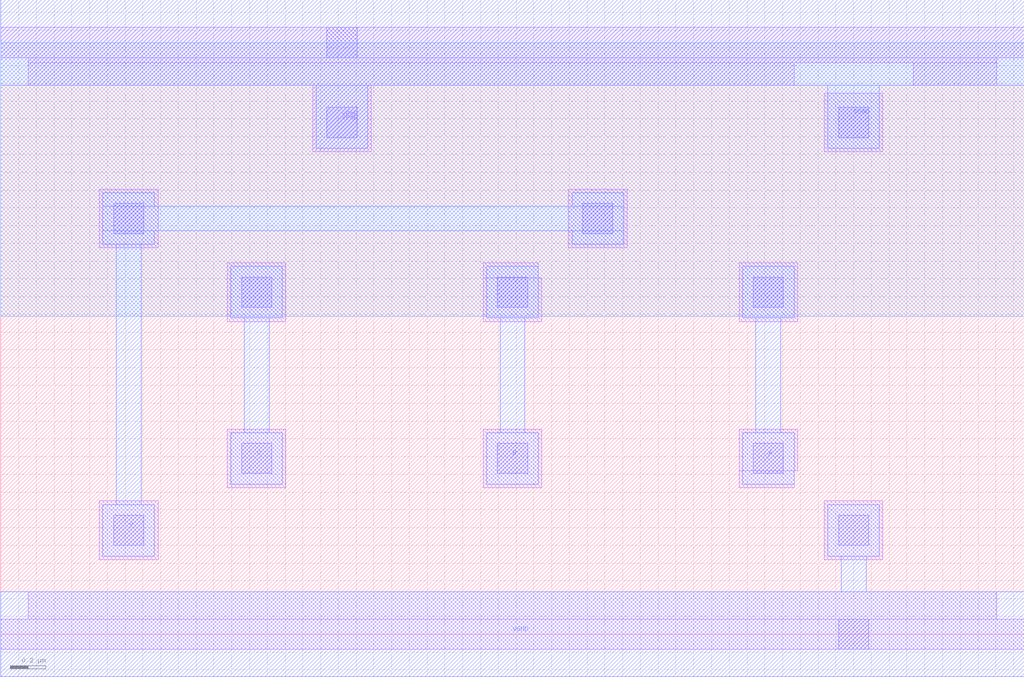
<source format=lef>
VERSION 5.7 ;
  NOWIREEXTENSIONATPIN ON ;
  DIVIDERCHAR "/" ;
  BUSBITCHARS "[]" ;
MACRO NAND3X1
  CLASS CORE ;
  FOREIGN NAND3X1 ;
  ORIGIN 0.000 0.000 ;
  SIZE 5.760 BY 3.330 ;
  SYMMETRY X Y ;
  SITE unit ;
  PIN A
    ANTENNAGATEAREA 0.189000 ;
    PORT
      LAYER met1 ;
        RECT 4.175 1.780 4.465 2.070 ;
        RECT 4.250 1.135 4.390 1.780 ;
        RECT 4.175 0.845 4.465 1.135 ;
    END
  END A
  PIN B
    ANTENNAGATEAREA 0.189000 ;
    PORT
      LAYER met1 ;
        RECT 2.735 1.780 3.025 2.070 ;
        RECT 2.810 1.135 2.950 1.780 ;
        RECT 2.735 0.845 3.025 1.135 ;
    END
  END B
  PIN C
    ANTENNAGATEAREA 0.189000 ;
    PORT
      LAYER met1 ;
        RECT 1.295 1.780 1.585 2.070 ;
        RECT 1.370 1.135 1.510 1.780 ;
        RECT 1.295 0.845 1.585 1.135 ;
    END
  END C
  PIN VGND
    ANTENNADIFFAREA 0.352100 ;
    PORT
      LAYER met1 ;
        RECT 4.655 0.440 4.945 0.730 ;
        RECT 4.730 0.240 4.870 0.440 ;
        RECT 0.000 -0.240 5.760 0.240 ;
    END
    PORT
      LAYER met1 ;
        RECT 0.000 3.090 5.760 3.570 ;
        RECT 1.775 2.735 2.065 3.090 ;
        RECT 4.655 2.735 4.945 3.090 ;
    END
  END VGND
  PIN VPWR
    ANTENNADIFFAREA 1.083600 ;
    PORT
      LAYER li1 ;
        RECT 0.000 3.245 5.760 3.415 ;
        RECT 0.155 3.215 5.605 3.245 ;
        RECT 0.155 3.090 4.465 3.215 ;
        RECT 5.135 3.090 5.605 3.215 ;
        RECT 1.755 2.715 2.085 3.090 ;
      LAYER mcon ;
        RECT 1.835 3.245 2.005 3.415 ;
        RECT 1.835 2.795 2.005 2.965 ;
    END
  END VPWR
  PIN Y
    ANTENNADIFFAREA 2.131200 ;
    PORT
      LAYER met1 ;
        RECT 0.575 2.410 0.865 2.485 ;
        RECT 3.215 2.410 3.505 2.485 ;
        RECT 0.575 2.270 3.505 2.410 ;
        RECT 0.575 2.195 0.865 2.270 ;
        RECT 3.215 2.195 3.505 2.270 ;
        RECT 0.650 0.730 0.790 2.195 ;
        RECT 0.575 0.440 0.865 0.730 ;
    END
  END Y
  OBS
      LAYER nwell ;
        RECT 0.000 1.790 5.760 3.330 ;
      LAYER li1 ;
        RECT 4.635 2.715 4.965 3.045 ;
        RECT 0.555 2.175 0.885 2.505 ;
        RECT 3.195 2.175 3.525 2.505 ;
        RECT 1.275 1.760 1.605 2.090 ;
        RECT 2.715 2.005 3.025 2.090 ;
        RECT 2.715 1.760 3.045 2.005 ;
        RECT 4.155 1.760 4.485 2.090 ;
        RECT 1.275 0.825 1.605 1.155 ;
        RECT 2.715 0.825 3.045 1.155 ;
        RECT 4.155 0.920 4.485 1.155 ;
        RECT 4.155 0.825 4.465 0.920 ;
        RECT 0.555 0.420 0.885 0.750 ;
        RECT 4.635 0.420 4.965 0.750 ;
        RECT 0.155 0.085 5.605 0.240 ;
        RECT 0.000 -0.085 5.760 0.085 ;
      LAYER mcon ;
        RECT 4.715 2.795 4.885 2.965 ;
        RECT 0.635 2.255 0.805 2.425 ;
        RECT 3.275 2.255 3.445 2.425 ;
        RECT 1.355 1.840 1.525 2.010 ;
        RECT 2.795 1.840 2.965 2.010 ;
        RECT 4.235 1.840 4.405 2.010 ;
        RECT 1.355 0.905 1.525 1.075 ;
        RECT 2.795 0.905 2.965 1.075 ;
        RECT 4.235 0.905 4.405 1.075 ;
        RECT 0.635 0.500 0.805 0.670 ;
        RECT 4.715 0.500 4.885 0.670 ;
        RECT 4.715 -0.085 4.885 0.085 ;
  END
END NAND3X1
END LIBRARY


</source>
